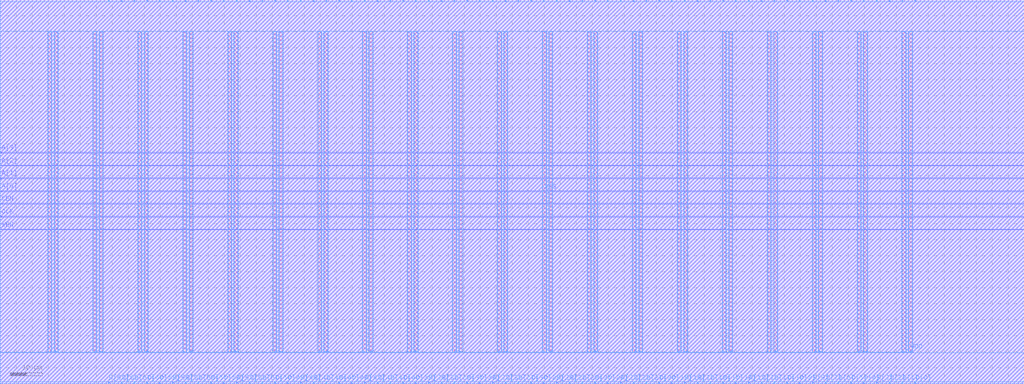
<source format=lef>
##
## LEF for PtnCells ;
## created by Innovus v15.23-s045_1 on Thu Mar 20 15:46:08 2025
##

VERSION 5.8 ;

BUSBITCHARS "[]" ;
DIVIDERCHAR "/" ;

MACRO sram_w16_in
  CLASS BLOCK ;
  SIZE 320.0000 BY 120.0000 ;
  FOREIGN sram_w16_in 0.0000 0.0000 ;
  ORIGIN 0 0 ;
  SYMMETRY X Y R90 ;
  PIN CLK
    DIRECTION INPUT ;
    USE SIGNAL ;
    PORT
      LAYER M3 ;
        RECT 0.0000 52.1500 0.5200 52.2500 ;
    END
  END CLK
  PIN D[63]
    DIRECTION INPUT ;
    USE SIGNAL ;
    PORT
      LAYER M4 ;
        RECT 33.8500 0.0000 33.9500 0.5200 ;
    END
  END D[63]
  PIN D[62]
    DIRECTION INPUT ;
    USE SIGNAL ;
    PORT
      LAYER M4 ;
        RECT 37.8500 0.0000 37.9500 0.5200 ;
    END
  END D[62]
  PIN D[61]
    DIRECTION INPUT ;
    USE SIGNAL ;
    PORT
      LAYER M4 ;
        RECT 41.8500 0.0000 41.9500 0.5200 ;
    END
  END D[61]
  PIN D[60]
    DIRECTION INPUT ;
    USE SIGNAL ;
    PORT
      LAYER M4 ;
        RECT 45.8500 0.0000 45.9500 0.5200 ;
    END
  END D[60]
  PIN D[59]
    DIRECTION INPUT ;
    USE SIGNAL ;
    PORT
      LAYER M4 ;
        RECT 49.8500 0.0000 49.9500 0.5200 ;
    END
  END D[59]
  PIN D[58]
    DIRECTION INPUT ;
    USE SIGNAL ;
    PORT
      LAYER M4 ;
        RECT 53.8500 0.0000 53.9500 0.5200 ;
    END
  END D[58]
  PIN D[57]
    DIRECTION INPUT ;
    USE SIGNAL ;
    PORT
      LAYER M4 ;
        RECT 57.8500 0.0000 57.9500 0.5200 ;
    END
  END D[57]
  PIN D[56]
    DIRECTION INPUT ;
    USE SIGNAL ;
    PORT
      LAYER M4 ;
        RECT 61.8500 0.0000 61.9500 0.5200 ;
    END
  END D[56]
  PIN D[55]
    DIRECTION INPUT ;
    USE SIGNAL ;
    PORT
      LAYER M4 ;
        RECT 65.8500 0.0000 65.9500 0.5200 ;
    END
  END D[55]
  PIN D[54]
    DIRECTION INPUT ;
    USE SIGNAL ;
    PORT
      LAYER M4 ;
        RECT 69.8500 0.0000 69.9500 0.5200 ;
    END
  END D[54]
  PIN D[53]
    DIRECTION INPUT ;
    USE SIGNAL ;
    PORT
      LAYER M4 ;
        RECT 73.8500 0.0000 73.9500 0.5200 ;
    END
  END D[53]
  PIN D[52]
    DIRECTION INPUT ;
    USE SIGNAL ;
    PORT
      LAYER M4 ;
        RECT 77.8500 0.0000 77.9500 0.5200 ;
    END
  END D[52]
  PIN D[51]
    DIRECTION INPUT ;
    USE SIGNAL ;
    PORT
      LAYER M4 ;
        RECT 81.8500 0.0000 81.9500 0.5200 ;
    END
  END D[51]
  PIN D[50]
    DIRECTION INPUT ;
    USE SIGNAL ;
    PORT
      LAYER M4 ;
        RECT 85.8500 0.0000 85.9500 0.5200 ;
    END
  END D[50]
  PIN D[49]
    DIRECTION INPUT ;
    USE SIGNAL ;
    PORT
      LAYER M4 ;
        RECT 89.8500 0.0000 89.9500 0.5200 ;
    END
  END D[49]
  PIN D[48]
    DIRECTION INPUT ;
    USE SIGNAL ;
    PORT
      LAYER M4 ;
        RECT 93.8500 0.0000 93.9500 0.5200 ;
    END
  END D[48]
  PIN D[47]
    DIRECTION INPUT ;
    USE SIGNAL ;
    PORT
      LAYER M4 ;
        RECT 97.8500 0.0000 97.9500 0.5200 ;
    END
  END D[47]
  PIN D[46]
    DIRECTION INPUT ;
    USE SIGNAL ;
    PORT
      LAYER M4 ;
        RECT 101.8500 0.0000 101.9500 0.5200 ;
    END
  END D[46]
  PIN D[45]
    DIRECTION INPUT ;
    USE SIGNAL ;
    PORT
      LAYER M4 ;
        RECT 105.8500 0.0000 105.9500 0.5200 ;
    END
  END D[45]
  PIN D[44]
    DIRECTION INPUT ;
    USE SIGNAL ;
    PORT
      LAYER M4 ;
        RECT 109.8500 0.0000 109.9500 0.5200 ;
    END
  END D[44]
  PIN D[43]
    DIRECTION INPUT ;
    USE SIGNAL ;
    PORT
      LAYER M4 ;
        RECT 113.8500 0.0000 113.9500 0.5200 ;
    END
  END D[43]
  PIN D[42]
    DIRECTION INPUT ;
    USE SIGNAL ;
    PORT
      LAYER M4 ;
        RECT 117.8500 0.0000 117.9500 0.5200 ;
    END
  END D[42]
  PIN D[41]
    DIRECTION INPUT ;
    USE SIGNAL ;
    PORT
      LAYER M4 ;
        RECT 121.8500 0.0000 121.9500 0.5200 ;
    END
  END D[41]
  PIN D[40]
    DIRECTION INPUT ;
    USE SIGNAL ;
    PORT
      LAYER M4 ;
        RECT 125.8500 0.0000 125.9500 0.5200 ;
    END
  END D[40]
  PIN D[39]
    DIRECTION INPUT ;
    USE SIGNAL ;
    PORT
      LAYER M4 ;
        RECT 129.8500 0.0000 129.9500 0.5200 ;
    END
  END D[39]
  PIN D[38]
    DIRECTION INPUT ;
    USE SIGNAL ;
    PORT
      LAYER M4 ;
        RECT 133.8500 0.0000 133.9500 0.5200 ;
    END
  END D[38]
  PIN D[37]
    DIRECTION INPUT ;
    USE SIGNAL ;
    PORT
      LAYER M4 ;
        RECT 137.8500 0.0000 137.9500 0.5200 ;
    END
  END D[37]
  PIN D[36]
    DIRECTION INPUT ;
    USE SIGNAL ;
    PORT
      LAYER M4 ;
        RECT 141.8500 0.0000 141.9500 0.5200 ;
    END
  END D[36]
  PIN D[35]
    DIRECTION INPUT ;
    USE SIGNAL ;
    PORT
      LAYER M4 ;
        RECT 145.8500 0.0000 145.9500 0.5200 ;
    END
  END D[35]
  PIN D[34]
    DIRECTION INPUT ;
    USE SIGNAL ;
    PORT
      LAYER M4 ;
        RECT 149.8500 0.0000 149.9500 0.5200 ;
    END
  END D[34]
  PIN D[33]
    DIRECTION INPUT ;
    USE SIGNAL ;
    PORT
      LAYER M4 ;
        RECT 153.8500 0.0000 153.9500 0.5200 ;
    END
  END D[33]
  PIN D[32]
    DIRECTION INPUT ;
    USE SIGNAL ;
    PORT
      LAYER M4 ;
        RECT 157.8500 0.0000 157.9500 0.5200 ;
    END
  END D[32]
  PIN D[31]
    DIRECTION INPUT ;
    USE SIGNAL ;
    PORT
      LAYER M4 ;
        RECT 161.8500 0.0000 161.9500 0.5200 ;
    END
  END D[31]
  PIN D[30]
    DIRECTION INPUT ;
    USE SIGNAL ;
    PORT
      LAYER M4 ;
        RECT 165.8500 0.0000 165.9500 0.5200 ;
    END
  END D[30]
  PIN D[29]
    DIRECTION INPUT ;
    USE SIGNAL ;
    PORT
      LAYER M4 ;
        RECT 169.8500 0.0000 169.9500 0.5200 ;
    END
  END D[29]
  PIN D[28]
    DIRECTION INPUT ;
    USE SIGNAL ;
    PORT
      LAYER M4 ;
        RECT 173.8500 0.0000 173.9500 0.5200 ;
    END
  END D[28]
  PIN D[27]
    DIRECTION INPUT ;
    USE SIGNAL ;
    PORT
      LAYER M4 ;
        RECT 177.8500 0.0000 177.9500 0.5200 ;
    END
  END D[27]
  PIN D[26]
    DIRECTION INPUT ;
    USE SIGNAL ;
    PORT
      LAYER M4 ;
        RECT 181.8500 0.0000 181.9500 0.5200 ;
    END
  END D[26]
  PIN D[25]
    DIRECTION INPUT ;
    USE SIGNAL ;
    PORT
      LAYER M4 ;
        RECT 185.8500 0.0000 185.9500 0.5200 ;
    END
  END D[25]
  PIN D[24]
    DIRECTION INPUT ;
    USE SIGNAL ;
    PORT
      LAYER M4 ;
        RECT 189.8500 0.0000 189.9500 0.5200 ;
    END
  END D[24]
  PIN D[23]
    DIRECTION INPUT ;
    USE SIGNAL ;
    PORT
      LAYER M4 ;
        RECT 193.8500 0.0000 193.9500 0.5200 ;
    END
  END D[23]
  PIN D[22]
    DIRECTION INPUT ;
    USE SIGNAL ;
    PORT
      LAYER M4 ;
        RECT 197.8500 0.0000 197.9500 0.5200 ;
    END
  END D[22]
  PIN D[21]
    DIRECTION INPUT ;
    USE SIGNAL ;
    PORT
      LAYER M4 ;
        RECT 201.8500 0.0000 201.9500 0.5200 ;
    END
  END D[21]
  PIN D[20]
    DIRECTION INPUT ;
    USE SIGNAL ;
    PORT
      LAYER M4 ;
        RECT 205.8500 0.0000 205.9500 0.5200 ;
    END
  END D[20]
  PIN D[19]
    DIRECTION INPUT ;
    USE SIGNAL ;
    PORT
      LAYER M4 ;
        RECT 209.8500 0.0000 209.9500 0.5200 ;
    END
  END D[19]
  PIN D[18]
    DIRECTION INPUT ;
    USE SIGNAL ;
    PORT
      LAYER M4 ;
        RECT 213.8500 0.0000 213.9500 0.5200 ;
    END
  END D[18]
  PIN D[17]
    DIRECTION INPUT ;
    USE SIGNAL ;
    PORT
      LAYER M4 ;
        RECT 217.8500 0.0000 217.9500 0.5200 ;
    END
  END D[17]
  PIN D[16]
    DIRECTION INPUT ;
    USE SIGNAL ;
    PORT
      LAYER M4 ;
        RECT 221.8500 0.0000 221.9500 0.5200 ;
    END
  END D[16]
  PIN D[15]
    DIRECTION INPUT ;
    USE SIGNAL ;
    PORT
      LAYER M4 ;
        RECT 225.8500 0.0000 225.9500 0.5200 ;
    END
  END D[15]
  PIN D[14]
    DIRECTION INPUT ;
    USE SIGNAL ;
    PORT
      LAYER M4 ;
        RECT 229.8500 0.0000 229.9500 0.5200 ;
    END
  END D[14]
  PIN D[13]
    DIRECTION INPUT ;
    USE SIGNAL ;
    PORT
      LAYER M4 ;
        RECT 233.8500 0.0000 233.9500 0.5200 ;
    END
  END D[13]
  PIN D[12]
    DIRECTION INPUT ;
    USE SIGNAL ;
    PORT
      LAYER M4 ;
        RECT 237.8500 0.0000 237.9500 0.5200 ;
    END
  END D[12]
  PIN D[11]
    DIRECTION INPUT ;
    USE SIGNAL ;
    PORT
      LAYER M4 ;
        RECT 241.8500 0.0000 241.9500 0.5200 ;
    END
  END D[11]
  PIN D[10]
    DIRECTION INPUT ;
    USE SIGNAL ;
    PORT
      LAYER M4 ;
        RECT 245.8500 0.0000 245.9500 0.5200 ;
    END
  END D[10]
  PIN D[9]
    DIRECTION INPUT ;
    USE SIGNAL ;
    PORT
      LAYER M4 ;
        RECT 249.8500 0.0000 249.9500 0.5200 ;
    END
  END D[9]
  PIN D[8]
    DIRECTION INPUT ;
    USE SIGNAL ;
    PORT
      LAYER M4 ;
        RECT 253.8500 0.0000 253.9500 0.5200 ;
    END
  END D[8]
  PIN D[7]
    DIRECTION INPUT ;
    USE SIGNAL ;
    PORT
      LAYER M4 ;
        RECT 257.8500 0.0000 257.9500 0.5200 ;
    END
  END D[7]
  PIN D[6]
    DIRECTION INPUT ;
    USE SIGNAL ;
    PORT
      LAYER M4 ;
        RECT 261.8500 0.0000 261.9500 0.5200 ;
    END
  END D[6]
  PIN D[5]
    DIRECTION INPUT ;
    USE SIGNAL ;
    PORT
      LAYER M4 ;
        RECT 265.8500 0.0000 265.9500 0.5200 ;
    END
  END D[5]
  PIN D[4]
    DIRECTION INPUT ;
    USE SIGNAL ;
    PORT
      LAYER M4 ;
        RECT 269.8500 0.0000 269.9500 0.5200 ;
    END
  END D[4]
  PIN D[3]
    DIRECTION INPUT ;
    USE SIGNAL ;
    PORT
      LAYER M4 ;
        RECT 273.8500 0.0000 273.9500 0.5200 ;
    END
  END D[3]
  PIN D[2]
    DIRECTION INPUT ;
    USE SIGNAL ;
    PORT
      LAYER M4 ;
        RECT 277.8500 0.0000 277.9500 0.5200 ;
    END
  END D[2]
  PIN D[1]
    DIRECTION INPUT ;
    USE SIGNAL ;
    PORT
      LAYER M4 ;
        RECT 281.8500 0.0000 281.9500 0.5200 ;
    END
  END D[1]
  PIN D[0]
    DIRECTION INPUT ;
    USE SIGNAL ;
    PORT
      LAYER M4 ;
        RECT 285.8500 0.0000 285.9500 0.5200 ;
    END
  END D[0]
  PIN Q[63]
    DIRECTION OUTPUT ;
    USE SIGNAL ;
    PORT
      LAYER M4 ;
        RECT 33.8500 119.4800 33.9500 120.0000 ;
    END
  END Q[63]
  PIN Q[62]
    DIRECTION OUTPUT ;
    USE SIGNAL ;
    PORT
      LAYER M4 ;
        RECT 37.8500 119.4800 37.9500 120.0000 ;
    END
  END Q[62]
  PIN Q[61]
    DIRECTION OUTPUT ;
    USE SIGNAL ;
    PORT
      LAYER M4 ;
        RECT 41.8500 119.4800 41.9500 120.0000 ;
    END
  END Q[61]
  PIN Q[60]
    DIRECTION OUTPUT ;
    USE SIGNAL ;
    PORT
      LAYER M4 ;
        RECT 45.8500 119.4800 45.9500 120.0000 ;
    END
  END Q[60]
  PIN Q[59]
    DIRECTION OUTPUT ;
    USE SIGNAL ;
    PORT
      LAYER M4 ;
        RECT 49.8500 119.4800 49.9500 120.0000 ;
    END
  END Q[59]
  PIN Q[58]
    DIRECTION OUTPUT ;
    USE SIGNAL ;
    PORT
      LAYER M4 ;
        RECT 53.8500 119.4800 53.9500 120.0000 ;
    END
  END Q[58]
  PIN Q[57]
    DIRECTION OUTPUT ;
    USE SIGNAL ;
    PORT
      LAYER M4 ;
        RECT 57.8500 119.4800 57.9500 120.0000 ;
    END
  END Q[57]
  PIN Q[56]
    DIRECTION OUTPUT ;
    USE SIGNAL ;
    PORT
      LAYER M4 ;
        RECT 61.8500 119.4800 61.9500 120.0000 ;
    END
  END Q[56]
  PIN Q[55]
    DIRECTION OUTPUT ;
    USE SIGNAL ;
    PORT
      LAYER M4 ;
        RECT 65.8500 119.4800 65.9500 120.0000 ;
    END
  END Q[55]
  PIN Q[54]
    DIRECTION OUTPUT ;
    USE SIGNAL ;
    PORT
      LAYER M4 ;
        RECT 69.8500 119.4800 69.9500 120.0000 ;
    END
  END Q[54]
  PIN Q[53]
    DIRECTION OUTPUT ;
    USE SIGNAL ;
    PORT
      LAYER M4 ;
        RECT 73.8500 119.4800 73.9500 120.0000 ;
    END
  END Q[53]
  PIN Q[52]
    DIRECTION OUTPUT ;
    USE SIGNAL ;
    PORT
      LAYER M4 ;
        RECT 77.8500 119.4800 77.9500 120.0000 ;
    END
  END Q[52]
  PIN Q[51]
    DIRECTION OUTPUT ;
    USE SIGNAL ;
    PORT
      LAYER M4 ;
        RECT 81.8500 119.4800 81.9500 120.0000 ;
    END
  END Q[51]
  PIN Q[50]
    DIRECTION OUTPUT ;
    USE SIGNAL ;
    PORT
      LAYER M4 ;
        RECT 85.8500 119.4800 85.9500 120.0000 ;
    END
  END Q[50]
  PIN Q[49]
    DIRECTION OUTPUT ;
    USE SIGNAL ;
    PORT
      LAYER M4 ;
        RECT 89.8500 119.4800 89.9500 120.0000 ;
    END
  END Q[49]
  PIN Q[48]
    DIRECTION OUTPUT ;
    USE SIGNAL ;
    PORT
      LAYER M4 ;
        RECT 93.8500 119.4800 93.9500 120.0000 ;
    END
  END Q[48]
  PIN Q[47]
    DIRECTION OUTPUT ;
    USE SIGNAL ;
    PORT
      LAYER M4 ;
        RECT 97.8500 119.4800 97.9500 120.0000 ;
    END
  END Q[47]
  PIN Q[46]
    DIRECTION OUTPUT ;
    USE SIGNAL ;
    PORT
      LAYER M4 ;
        RECT 101.8500 119.4800 101.9500 120.0000 ;
    END
  END Q[46]
  PIN Q[45]
    DIRECTION OUTPUT ;
    USE SIGNAL ;
    PORT
      LAYER M4 ;
        RECT 105.8500 119.4800 105.9500 120.0000 ;
    END
  END Q[45]
  PIN Q[44]
    DIRECTION OUTPUT ;
    USE SIGNAL ;
    PORT
      LAYER M4 ;
        RECT 109.8500 119.4800 109.9500 120.0000 ;
    END
  END Q[44]
  PIN Q[43]
    DIRECTION OUTPUT ;
    USE SIGNAL ;
    PORT
      LAYER M4 ;
        RECT 113.8500 119.4800 113.9500 120.0000 ;
    END
  END Q[43]
  PIN Q[42]
    DIRECTION OUTPUT ;
    USE SIGNAL ;
    PORT
      LAYER M4 ;
        RECT 117.8500 119.4800 117.9500 120.0000 ;
    END
  END Q[42]
  PIN Q[41]
    DIRECTION OUTPUT ;
    USE SIGNAL ;
    PORT
      LAYER M4 ;
        RECT 121.8500 119.4800 121.9500 120.0000 ;
    END
  END Q[41]
  PIN Q[40]
    DIRECTION OUTPUT ;
    USE SIGNAL ;
    PORT
      LAYER M4 ;
        RECT 125.8500 119.4800 125.9500 120.0000 ;
    END
  END Q[40]
  PIN Q[39]
    DIRECTION OUTPUT ;
    USE SIGNAL ;
    PORT
      LAYER M4 ;
        RECT 129.8500 119.4800 129.9500 120.0000 ;
    END
  END Q[39]
  PIN Q[38]
    DIRECTION OUTPUT ;
    USE SIGNAL ;
    PORT
      LAYER M4 ;
        RECT 133.8500 119.4800 133.9500 120.0000 ;
    END
  END Q[38]
  PIN Q[37]
    DIRECTION OUTPUT ;
    USE SIGNAL ;
    PORT
      LAYER M4 ;
        RECT 137.8500 119.4800 137.9500 120.0000 ;
    END
  END Q[37]
  PIN Q[36]
    DIRECTION OUTPUT ;
    USE SIGNAL ;
    PORT
      LAYER M4 ;
        RECT 141.8500 119.4800 141.9500 120.0000 ;
    END
  END Q[36]
  PIN Q[35]
    DIRECTION OUTPUT ;
    USE SIGNAL ;
    PORT
      LAYER M4 ;
        RECT 145.8500 119.4800 145.9500 120.0000 ;
    END
  END Q[35]
  PIN Q[34]
    DIRECTION OUTPUT ;
    USE SIGNAL ;
    PORT
      LAYER M4 ;
        RECT 149.8500 119.4800 149.9500 120.0000 ;
    END
  END Q[34]
  PIN Q[33]
    DIRECTION OUTPUT ;
    USE SIGNAL ;
    PORT
      LAYER M4 ;
        RECT 153.8500 119.4800 153.9500 120.0000 ;
    END
  END Q[33]
  PIN Q[32]
    DIRECTION OUTPUT ;
    USE SIGNAL ;
    PORT
      LAYER M4 ;
        RECT 157.8500 119.4800 157.9500 120.0000 ;
    END
  END Q[32]
  PIN Q[31]
    DIRECTION OUTPUT ;
    USE SIGNAL ;
    PORT
      LAYER M4 ;
        RECT 161.8500 119.4800 161.9500 120.0000 ;
    END
  END Q[31]
  PIN Q[30]
    DIRECTION OUTPUT ;
    USE SIGNAL ;
    PORT
      LAYER M4 ;
        RECT 165.8500 119.4800 165.9500 120.0000 ;
    END
  END Q[30]
  PIN Q[29]
    DIRECTION OUTPUT ;
    USE SIGNAL ;
    PORT
      LAYER M4 ;
        RECT 169.8500 119.4800 169.9500 120.0000 ;
    END
  END Q[29]
  PIN Q[28]
    DIRECTION OUTPUT ;
    USE SIGNAL ;
    PORT
      LAYER M4 ;
        RECT 173.8500 119.4800 173.9500 120.0000 ;
    END
  END Q[28]
  PIN Q[27]
    DIRECTION OUTPUT ;
    USE SIGNAL ;
    PORT
      LAYER M4 ;
        RECT 177.8500 119.4800 177.9500 120.0000 ;
    END
  END Q[27]
  PIN Q[26]
    DIRECTION OUTPUT ;
    USE SIGNAL ;
    PORT
      LAYER M4 ;
        RECT 181.8500 119.4800 181.9500 120.0000 ;
    END
  END Q[26]
  PIN Q[25]
    DIRECTION OUTPUT ;
    USE SIGNAL ;
    PORT
      LAYER M4 ;
        RECT 185.8500 119.4800 185.9500 120.0000 ;
    END
  END Q[25]
  PIN Q[24]
    DIRECTION OUTPUT ;
    USE SIGNAL ;
    PORT
      LAYER M4 ;
        RECT 189.8500 119.4800 189.9500 120.0000 ;
    END
  END Q[24]
  PIN Q[23]
    DIRECTION OUTPUT ;
    USE SIGNAL ;
    PORT
      LAYER M4 ;
        RECT 193.8500 119.4800 193.9500 120.0000 ;
    END
  END Q[23]
  PIN Q[22]
    DIRECTION OUTPUT ;
    USE SIGNAL ;
    PORT
      LAYER M4 ;
        RECT 197.8500 119.4800 197.9500 120.0000 ;
    END
  END Q[22]
  PIN Q[21]
    DIRECTION OUTPUT ;
    USE SIGNAL ;
    PORT
      LAYER M4 ;
        RECT 201.8500 119.4800 201.9500 120.0000 ;
    END
  END Q[21]
  PIN Q[20]
    DIRECTION OUTPUT ;
    USE SIGNAL ;
    PORT
      LAYER M4 ;
        RECT 205.8500 119.4800 205.9500 120.0000 ;
    END
  END Q[20]
  PIN Q[19]
    DIRECTION OUTPUT ;
    USE SIGNAL ;
    PORT
      LAYER M4 ;
        RECT 209.8500 119.4800 209.9500 120.0000 ;
    END
  END Q[19]
  PIN Q[18]
    DIRECTION OUTPUT ;
    USE SIGNAL ;
    PORT
      LAYER M4 ;
        RECT 213.8500 119.4800 213.9500 120.0000 ;
    END
  END Q[18]
  PIN Q[17]
    DIRECTION OUTPUT ;
    USE SIGNAL ;
    PORT
      LAYER M4 ;
        RECT 217.8500 119.4800 217.9500 120.0000 ;
    END
  END Q[17]
  PIN Q[16]
    DIRECTION OUTPUT ;
    USE SIGNAL ;
    PORT
      LAYER M4 ;
        RECT 221.8500 119.4800 221.9500 120.0000 ;
    END
  END Q[16]
  PIN Q[15]
    DIRECTION OUTPUT ;
    USE SIGNAL ;
    PORT
      LAYER M4 ;
        RECT 225.8500 119.4800 225.9500 120.0000 ;
    END
  END Q[15]
  PIN Q[14]
    DIRECTION OUTPUT ;
    USE SIGNAL ;
    PORT
      LAYER M4 ;
        RECT 229.8500 119.4800 229.9500 120.0000 ;
    END
  END Q[14]
  PIN Q[13]
    DIRECTION OUTPUT ;
    USE SIGNAL ;
    PORT
      LAYER M4 ;
        RECT 233.8500 119.4800 233.9500 120.0000 ;
    END
  END Q[13]
  PIN Q[12]
    DIRECTION OUTPUT ;
    USE SIGNAL ;
    PORT
      LAYER M4 ;
        RECT 237.8500 119.4800 237.9500 120.0000 ;
    END
  END Q[12]
  PIN Q[11]
    DIRECTION OUTPUT ;
    USE SIGNAL ;
    PORT
      LAYER M4 ;
        RECT 241.8500 119.4800 241.9500 120.0000 ;
    END
  END Q[11]
  PIN Q[10]
    DIRECTION OUTPUT ;
    USE SIGNAL ;
    PORT
      LAYER M4 ;
        RECT 245.8500 119.4800 245.9500 120.0000 ;
    END
  END Q[10]
  PIN Q[9]
    DIRECTION OUTPUT ;
    USE SIGNAL ;
    PORT
      LAYER M4 ;
        RECT 249.8500 119.4800 249.9500 120.0000 ;
    END
  END Q[9]
  PIN Q[8]
    DIRECTION OUTPUT ;
    USE SIGNAL ;
    PORT
      LAYER M4 ;
        RECT 253.8500 119.4800 253.9500 120.0000 ;
    END
  END Q[8]
  PIN Q[7]
    DIRECTION OUTPUT ;
    USE SIGNAL ;
    PORT
      LAYER M4 ;
        RECT 257.8500 119.4800 257.9500 120.0000 ;
    END
  END Q[7]
  PIN Q[6]
    DIRECTION OUTPUT ;
    USE SIGNAL ;
    PORT
      LAYER M4 ;
        RECT 261.8500 119.4800 261.9500 120.0000 ;
    END
  END Q[6]
  PIN Q[5]
    DIRECTION OUTPUT ;
    USE SIGNAL ;
    PORT
      LAYER M4 ;
        RECT 265.8500 119.4800 265.9500 120.0000 ;
    END
  END Q[5]
  PIN Q[4]
    DIRECTION OUTPUT ;
    USE SIGNAL ;
    PORT
      LAYER M4 ;
        RECT 269.8500 119.4800 269.9500 120.0000 ;
    END
  END Q[4]
  PIN Q[3]
    DIRECTION OUTPUT ;
    USE SIGNAL ;
    PORT
      LAYER M4 ;
        RECT 273.8500 119.4800 273.9500 120.0000 ;
    END
  END Q[3]
  PIN Q[2]
    DIRECTION OUTPUT ;
    USE SIGNAL ;
    PORT
      LAYER M4 ;
        RECT 277.8500 119.4800 277.9500 120.0000 ;
    END
  END Q[2]
  PIN Q[1]
    DIRECTION OUTPUT ;
    USE SIGNAL ;
    PORT
      LAYER M4 ;
        RECT 281.8500 119.4800 281.9500 120.0000 ;
    END
  END Q[1]
  PIN Q[0]
    DIRECTION OUTPUT ;
    USE SIGNAL ;
    PORT
      LAYER M4 ;
        RECT 285.8500 119.4800 285.9500 120.0000 ;
    END
  END Q[0]
  PIN CEN
    DIRECTION INPUT ;
    USE SIGNAL ;
    PORT
      LAYER M3 ;
        RECT 0.0000 56.1500 0.5200 56.2500 ;
    END
  END CEN
  PIN WEN
    DIRECTION INPUT ;
    USE SIGNAL ;
    PORT
      LAYER M3 ;
        RECT 0.0000 48.1500 0.5200 48.2500 ;
    END
  END WEN
  PIN A[3]
    DIRECTION INPUT ;
    USE SIGNAL ;
    PORT
      LAYER M3 ;
        RECT 0.0000 72.1500 0.5200 72.2500 ;
    END
  END A[3]
  PIN A[2]
    DIRECTION INPUT ;
    USE SIGNAL ;
    PORT
      LAYER M3 ;
        RECT 0.0000 68.1500 0.5200 68.2500 ;
    END
  END A[2]
  PIN A[1]
    DIRECTION INPUT ;
    USE SIGNAL ;
    PORT
      LAYER M3 ;
        RECT 0.0000 64.1500 0.5200 64.2500 ;
    END
  END A[1]
  PIN A[0]
    DIRECTION INPUT ;
    USE SIGNAL ;
    PORT
      LAYER M3 ;
        RECT 0.0000 60.1500 0.5200 60.2500 ;
    END
  END A[0]
  PIN VSS
    DIRECTION INOUT ;
    USE GROUND ;

# P/G power stripe data as pin
    PORT
      LAYER M4 ;
        RECT 155.5000 10.0000 156.5000 110.0000 ;
        RECT 141.4500 10.0000 142.4500 110.0000 ;
        RECT 127.4000 10.0000 128.4000 110.0000 ;
        RECT 113.3500 10.0000 114.3500 110.0000 ;
        RECT 99.3000 10.0000 100.3000 110.0000 ;
        RECT 85.2500 10.0000 86.2500 110.0000 ;
        RECT 71.2000 10.0000 72.2000 110.0000 ;
        RECT 57.1500 10.0000 58.1500 110.0000 ;
        RECT 43.1000 10.0000 44.1000 110.0000 ;
        RECT 29.0500 10.0000 30.0500 110.0000 ;
        RECT 15.0000 10.0000 16.0000 110.0000 ;
        RECT 281.9500 10.0000 282.9500 110.0000 ;
        RECT 267.9000 10.0000 268.9000 110.0000 ;
        RECT 253.8500 10.0000 254.8500 110.0000 ;
        RECT 239.8000 10.0000 240.8000 110.0000 ;
        RECT 225.7500 10.0000 226.7500 110.0000 ;
        RECT 211.7000 10.0000 212.7000 110.0000 ;
        RECT 197.6500 10.0000 198.6500 110.0000 ;
        RECT 183.6000 10.0000 184.6000 110.0000 ;
        RECT 169.5500 10.0000 170.5500 110.0000 ;
    END
# end of P/G power stripe data as pin

  END VSS
  PIN VDD
    DIRECTION INOUT ;
    USE POWER ;

# P/G power stripe data as pin
    PORT
      LAYER M4 ;
        RECT 157.5000 10.0000 158.5000 110.0000 ;
        RECT 143.4500 10.0000 144.4500 110.0000 ;
        RECT 129.4000 10.0000 130.4000 110.0000 ;
        RECT 115.3500 10.0000 116.3500 110.0000 ;
        RECT 101.3000 10.0000 102.3000 110.0000 ;
        RECT 87.2500 10.0000 88.2500 110.0000 ;
        RECT 73.2000 10.0000 74.2000 110.0000 ;
        RECT 59.1500 10.0000 60.1500 110.0000 ;
        RECT 45.1000 10.0000 46.1000 110.0000 ;
        RECT 31.0500 10.0000 32.0500 110.0000 ;
        RECT 17.0000 10.0000 18.0000 110.0000 ;
        RECT 171.5500 10.0000 172.5500 110.0000 ;
        RECT 185.6000 10.0000 186.6000 110.0000 ;
        RECT 199.6500 10.0000 200.6500 110.0000 ;
        RECT 213.7000 10.0000 214.7000 110.0000 ;
        RECT 227.7500 10.0000 228.7500 110.0000 ;
        RECT 241.8000 10.0000 242.8000 110.0000 ;
        RECT 255.8500 10.0000 256.8500 110.0000 ;
        RECT 269.9000 10.0000 270.9000 110.0000 ;
        RECT 283.9500 10.0000 284.9500 110.0000 ;
        RECT 17.0000 9.8350 18.0000 10.1650 ;
        RECT 31.0500 9.8350 32.0500 10.1650 ;
        RECT 59.1500 9.8350 60.1500 10.1650 ;
        RECT 45.1000 9.8350 46.1000 10.1650 ;
        RECT 73.2000 9.8350 74.2000 10.1650 ;
        RECT 87.2500 9.8350 88.2500 10.1650 ;
        RECT 115.3500 9.8350 116.3500 10.1650 ;
        RECT 101.3000 9.8350 102.3000 10.1650 ;
        RECT 129.4000 9.8350 130.4000 10.1650 ;
        RECT 157.5000 9.8350 158.5000 10.1650 ;
        RECT 143.4500 9.8350 144.4500 10.1650 ;
        RECT 199.6500 9.8350 200.6500 10.1650 ;
        RECT 171.5500 9.8350 172.5500 10.1650 ;
        RECT 185.6000 9.8350 186.6000 10.1650 ;
        RECT 213.7000 9.8350 214.7000 10.1650 ;
        RECT 227.7500 9.8350 228.7500 10.1650 ;
        RECT 255.8500 9.8350 256.8500 10.1650 ;
        RECT 241.8000 9.8350 242.8000 10.1650 ;
        RECT 269.9000 9.8350 270.9000 10.1650 ;
        RECT 283.9500 9.8350 284.9500 10.1650 ;
    END
# end of P/G power stripe data as pin

  END VDD
  OBS
    LAYER M1 ;
      RECT 0.0000 0.0000 320.0000 120.0000 ;
    LAYER M2 ;
      RECT 0.0000 0.0000 320.0000 120.0000 ;
    LAYER M3 ;
      RECT 0.0000 72.3500 320.0000 120.0000 ;
      RECT 0.6200 72.0500 320.0000 72.3500 ;
      RECT 0.0000 68.3500 320.0000 72.0500 ;
      RECT 0.6200 68.0500 320.0000 68.3500 ;
      RECT 0.0000 64.3500 320.0000 68.0500 ;
      RECT 0.6200 64.0500 320.0000 64.3500 ;
      RECT 0.0000 60.3500 320.0000 64.0500 ;
      RECT 0.6200 60.0500 320.0000 60.3500 ;
      RECT 0.0000 56.3500 320.0000 60.0500 ;
      RECT 0.6200 56.0500 320.0000 56.3500 ;
      RECT 0.0000 52.3500 320.0000 56.0500 ;
      RECT 0.6200 52.0500 320.0000 52.3500 ;
      RECT 0.0000 48.3500 320.0000 52.0500 ;
      RECT 0.6200 48.0500 320.0000 48.3500 ;
      RECT 0.0000 0.0000 320.0000 48.0500 ;
    LAYER M4 ;
      RECT 286.0500 119.3800 320.0000 120.0000 ;
      RECT 282.0500 119.3800 285.7500 120.0000 ;
      RECT 278.0500 119.3800 281.7500 120.0000 ;
      RECT 274.0500 119.3800 277.7500 120.0000 ;
      RECT 270.0500 119.3800 273.7500 120.0000 ;
      RECT 266.0500 119.3800 269.7500 120.0000 ;
      RECT 262.0500 119.3800 265.7500 120.0000 ;
      RECT 258.0500 119.3800 261.7500 120.0000 ;
      RECT 254.0500 119.3800 257.7500 120.0000 ;
      RECT 250.0500 119.3800 253.7500 120.0000 ;
      RECT 246.0500 119.3800 249.7500 120.0000 ;
      RECT 242.0500 119.3800 245.7500 120.0000 ;
      RECT 238.0500 119.3800 241.7500 120.0000 ;
      RECT 234.0500 119.3800 237.7500 120.0000 ;
      RECT 230.0500 119.3800 233.7500 120.0000 ;
      RECT 226.0500 119.3800 229.7500 120.0000 ;
      RECT 222.0500 119.3800 225.7500 120.0000 ;
      RECT 218.0500 119.3800 221.7500 120.0000 ;
      RECT 214.0500 119.3800 217.7500 120.0000 ;
      RECT 210.0500 119.3800 213.7500 120.0000 ;
      RECT 206.0500 119.3800 209.7500 120.0000 ;
      RECT 202.0500 119.3800 205.7500 120.0000 ;
      RECT 198.0500 119.3800 201.7500 120.0000 ;
      RECT 194.0500 119.3800 197.7500 120.0000 ;
      RECT 190.0500 119.3800 193.7500 120.0000 ;
      RECT 186.0500 119.3800 189.7500 120.0000 ;
      RECT 182.0500 119.3800 185.7500 120.0000 ;
      RECT 178.0500 119.3800 181.7500 120.0000 ;
      RECT 174.0500 119.3800 177.7500 120.0000 ;
      RECT 170.0500 119.3800 173.7500 120.0000 ;
      RECT 166.0500 119.3800 169.7500 120.0000 ;
      RECT 162.0500 119.3800 165.7500 120.0000 ;
      RECT 158.0500 119.3800 161.7500 120.0000 ;
      RECT 154.0500 119.3800 157.7500 120.0000 ;
      RECT 150.0500 119.3800 153.7500 120.0000 ;
      RECT 146.0500 119.3800 149.7500 120.0000 ;
      RECT 142.0500 119.3800 145.7500 120.0000 ;
      RECT 138.0500 119.3800 141.7500 120.0000 ;
      RECT 134.0500 119.3800 137.7500 120.0000 ;
      RECT 130.0500 119.3800 133.7500 120.0000 ;
      RECT 126.0500 119.3800 129.7500 120.0000 ;
      RECT 122.0500 119.3800 125.7500 120.0000 ;
      RECT 118.0500 119.3800 121.7500 120.0000 ;
      RECT 114.0500 119.3800 117.7500 120.0000 ;
      RECT 110.0500 119.3800 113.7500 120.0000 ;
      RECT 106.0500 119.3800 109.7500 120.0000 ;
      RECT 102.0500 119.3800 105.7500 120.0000 ;
      RECT 98.0500 119.3800 101.7500 120.0000 ;
      RECT 94.0500 119.3800 97.7500 120.0000 ;
      RECT 90.0500 119.3800 93.7500 120.0000 ;
      RECT 86.0500 119.3800 89.7500 120.0000 ;
      RECT 82.0500 119.3800 85.7500 120.0000 ;
      RECT 78.0500 119.3800 81.7500 120.0000 ;
      RECT 74.0500 119.3800 77.7500 120.0000 ;
      RECT 70.0500 119.3800 73.7500 120.0000 ;
      RECT 66.0500 119.3800 69.7500 120.0000 ;
      RECT 62.0500 119.3800 65.7500 120.0000 ;
      RECT 58.0500 119.3800 61.7500 120.0000 ;
      RECT 54.0500 119.3800 57.7500 120.0000 ;
      RECT 50.0500 119.3800 53.7500 120.0000 ;
      RECT 46.0500 119.3800 49.7500 120.0000 ;
      RECT 42.0500 119.3800 45.7500 120.0000 ;
      RECT 38.0500 119.3800 41.7500 120.0000 ;
      RECT 34.0500 119.3800 37.7500 120.0000 ;
      RECT 0.0000 119.3800 33.7500 120.0000 ;
      RECT 0.0000 110.1600 320.0000 119.3800 ;
      RECT 283.1100 9.8400 283.7900 110.1600 ;
      RECT 271.0600 9.8400 281.7900 110.1600 ;
      RECT 269.0600 9.8400 269.7400 110.1600 ;
      RECT 257.0100 9.8400 267.7400 110.1600 ;
      RECT 255.0100 9.8400 255.6900 110.1600 ;
      RECT 242.9600 9.8400 253.6900 110.1600 ;
      RECT 240.9600 9.8400 241.6400 110.1600 ;
      RECT 228.9100 9.8400 239.6400 110.1600 ;
      RECT 226.9100 9.8400 227.5900 110.1600 ;
      RECT 214.8600 9.8400 225.5900 110.1600 ;
      RECT 212.8600 9.8400 213.5400 110.1600 ;
      RECT 200.8100 9.8400 211.5400 110.1600 ;
      RECT 198.8100 9.8400 199.4900 110.1600 ;
      RECT 186.7600 9.8400 197.4900 110.1600 ;
      RECT 184.7600 9.8400 185.4400 110.1600 ;
      RECT 172.7100 9.8400 183.4400 110.1600 ;
      RECT 170.7100 9.8400 171.3900 110.1600 ;
      RECT 158.6600 9.8400 169.3900 110.1600 ;
      RECT 156.6600 9.8400 157.3400 110.1600 ;
      RECT 144.6100 9.8400 155.3400 110.1600 ;
      RECT 142.6100 9.8400 143.2900 110.1600 ;
      RECT 130.5600 9.8400 141.2900 110.1600 ;
      RECT 128.5600 9.8400 129.2400 110.1600 ;
      RECT 116.5100 9.8400 127.2400 110.1600 ;
      RECT 114.5100 9.8400 115.1900 110.1600 ;
      RECT 102.4600 9.8400 113.1900 110.1600 ;
      RECT 100.4600 9.8400 101.1400 110.1600 ;
      RECT 88.4100 9.8400 99.1400 110.1600 ;
      RECT 86.4100 9.8400 87.0900 110.1600 ;
      RECT 74.3600 9.8400 85.0900 110.1600 ;
      RECT 72.3600 9.8400 73.0400 110.1600 ;
      RECT 60.3100 9.8400 71.0400 110.1600 ;
      RECT 58.3100 9.8400 58.9900 110.1600 ;
      RECT 46.2600 9.8400 56.9900 110.1600 ;
      RECT 44.2600 9.8400 44.9400 110.1600 ;
      RECT 32.2100 9.8400 42.9400 110.1600 ;
      RECT 30.2100 9.8400 30.8900 110.1600 ;
      RECT 18.1600 9.8400 28.8900 110.1600 ;
      RECT 16.1600 9.8400 16.8400 110.1600 ;
      RECT 0.0000 9.8400 14.8400 110.1600 ;
      RECT 285.1100 9.6750 320.0000 110.1600 ;
      RECT 271.0600 9.6750 283.7900 9.8400 ;
      RECT 257.0100 9.6750 269.7400 9.8400 ;
      RECT 242.9600 9.6750 255.6900 9.8400 ;
      RECT 228.9100 9.6750 241.6400 9.8400 ;
      RECT 214.8600 9.6750 227.5900 9.8400 ;
      RECT 200.8100 9.6750 213.5400 9.8400 ;
      RECT 186.7600 9.6750 199.4900 9.8400 ;
      RECT 172.7100 9.6750 185.4400 9.8400 ;
      RECT 158.6600 9.6750 171.3900 9.8400 ;
      RECT 144.6100 9.6750 157.3400 9.8400 ;
      RECT 130.5600 9.6750 143.2900 9.8400 ;
      RECT 116.5100 9.6750 129.2400 9.8400 ;
      RECT 102.4600 9.6750 115.1900 9.8400 ;
      RECT 88.4100 9.6750 101.1400 9.8400 ;
      RECT 74.3600 9.6750 87.0900 9.8400 ;
      RECT 60.3100 9.6750 73.0400 9.8400 ;
      RECT 46.2600 9.6750 58.9900 9.8400 ;
      RECT 32.2100 9.6750 44.9400 9.8400 ;
      RECT 18.1600 9.6750 30.8900 9.8400 ;
      RECT 0.0000 9.6750 16.8400 9.8400 ;
      RECT 0.0000 0.6200 320.0000 9.6750 ;
      RECT 286.0500 0.0000 320.0000 0.6200 ;
      RECT 282.0500 0.0000 285.7500 0.6200 ;
      RECT 278.0500 0.0000 281.7500 0.6200 ;
      RECT 274.0500 0.0000 277.7500 0.6200 ;
      RECT 270.0500 0.0000 273.7500 0.6200 ;
      RECT 266.0500 0.0000 269.7500 0.6200 ;
      RECT 262.0500 0.0000 265.7500 0.6200 ;
      RECT 258.0500 0.0000 261.7500 0.6200 ;
      RECT 254.0500 0.0000 257.7500 0.6200 ;
      RECT 250.0500 0.0000 253.7500 0.6200 ;
      RECT 246.0500 0.0000 249.7500 0.6200 ;
      RECT 242.0500 0.0000 245.7500 0.6200 ;
      RECT 238.0500 0.0000 241.7500 0.6200 ;
      RECT 234.0500 0.0000 237.7500 0.6200 ;
      RECT 230.0500 0.0000 233.7500 0.6200 ;
      RECT 226.0500 0.0000 229.7500 0.6200 ;
      RECT 222.0500 0.0000 225.7500 0.6200 ;
      RECT 218.0500 0.0000 221.7500 0.6200 ;
      RECT 214.0500 0.0000 217.7500 0.6200 ;
      RECT 210.0500 0.0000 213.7500 0.6200 ;
      RECT 206.0500 0.0000 209.7500 0.6200 ;
      RECT 202.0500 0.0000 205.7500 0.6200 ;
      RECT 198.0500 0.0000 201.7500 0.6200 ;
      RECT 194.0500 0.0000 197.7500 0.6200 ;
      RECT 190.0500 0.0000 193.7500 0.6200 ;
      RECT 186.0500 0.0000 189.7500 0.6200 ;
      RECT 182.0500 0.0000 185.7500 0.6200 ;
      RECT 178.0500 0.0000 181.7500 0.6200 ;
      RECT 174.0500 0.0000 177.7500 0.6200 ;
      RECT 170.0500 0.0000 173.7500 0.6200 ;
      RECT 166.0500 0.0000 169.7500 0.6200 ;
      RECT 162.0500 0.0000 165.7500 0.6200 ;
      RECT 158.0500 0.0000 161.7500 0.6200 ;
      RECT 154.0500 0.0000 157.7500 0.6200 ;
      RECT 150.0500 0.0000 153.7500 0.6200 ;
      RECT 146.0500 0.0000 149.7500 0.6200 ;
      RECT 142.0500 0.0000 145.7500 0.6200 ;
      RECT 138.0500 0.0000 141.7500 0.6200 ;
      RECT 134.0500 0.0000 137.7500 0.6200 ;
      RECT 130.0500 0.0000 133.7500 0.6200 ;
      RECT 126.0500 0.0000 129.7500 0.6200 ;
      RECT 122.0500 0.0000 125.7500 0.6200 ;
      RECT 118.0500 0.0000 121.7500 0.6200 ;
      RECT 114.0500 0.0000 117.7500 0.6200 ;
      RECT 110.0500 0.0000 113.7500 0.6200 ;
      RECT 106.0500 0.0000 109.7500 0.6200 ;
      RECT 102.0500 0.0000 105.7500 0.6200 ;
      RECT 98.0500 0.0000 101.7500 0.6200 ;
      RECT 94.0500 0.0000 97.7500 0.6200 ;
      RECT 90.0500 0.0000 93.7500 0.6200 ;
      RECT 86.0500 0.0000 89.7500 0.6200 ;
      RECT 82.0500 0.0000 85.7500 0.6200 ;
      RECT 78.0500 0.0000 81.7500 0.6200 ;
      RECT 74.0500 0.0000 77.7500 0.6200 ;
      RECT 70.0500 0.0000 73.7500 0.6200 ;
      RECT 66.0500 0.0000 69.7500 0.6200 ;
      RECT 62.0500 0.0000 65.7500 0.6200 ;
      RECT 58.0500 0.0000 61.7500 0.6200 ;
      RECT 54.0500 0.0000 57.7500 0.6200 ;
      RECT 50.0500 0.0000 53.7500 0.6200 ;
      RECT 46.0500 0.0000 49.7500 0.6200 ;
      RECT 42.0500 0.0000 45.7500 0.6200 ;
      RECT 38.0500 0.0000 41.7500 0.6200 ;
      RECT 34.0500 0.0000 37.7500 0.6200 ;
      RECT 0.0000 0.0000 33.7500 0.6200 ;
  END
END sram_w16_in

END LIBRARY

</source>
